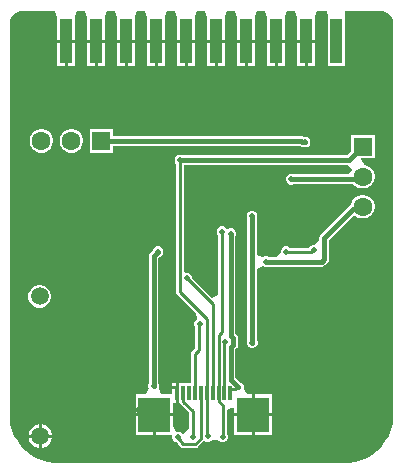
<source format=gbl>
G04*
G04 #@! TF.GenerationSoftware,Altium Limited,Altium Designer,24.6.1 (21)*
G04*
G04 Layer_Physical_Order=2*
G04 Layer_Color=16711680*
%FSLAX44Y44*%
%MOMM*%
G71*
G04*
G04 #@! TF.SameCoordinates,8DCAB7A9-A94A-4F5B-9992-067C88242E54*
G04*
G04*
G04 #@! TF.FilePolarity,Positive*
G04*
G01*
G75*
%ADD14C,0.2540*%
%ADD19R,1.0000X3.7000*%
%ADD35C,0.3810*%
%ADD37C,1.5000*%
%ADD38C,1.6000*%
%ADD39R,1.6000X1.6000*%
%ADD40R,1.6000X1.6000*%
%ADD41C,0.5080*%
%ADD42R,2.7000X3.0000*%
%ADD43R,0.3000X1.2000*%
G36*
X320449Y384372D02*
X322289Y383610D01*
X323945Y382503D01*
X325353Y381095D01*
X326460Y379439D01*
X327222Y377599D01*
X327610Y375646D01*
Y374650D01*
Y43361D01*
Y40688D01*
X326913Y35389D01*
X325530Y30227D01*
X323484Y25289D01*
X320812Y20661D01*
X317558Y16421D01*
X313779Y12642D01*
X309539Y9388D01*
X304911Y6716D01*
X299973Y4670D01*
X294811Y3287D01*
X289512Y2590D01*
X40688D01*
X35389Y3287D01*
X30227Y4670D01*
X25289Y6716D01*
X20661Y9388D01*
X16421Y12642D01*
X12642Y16421D01*
X9388Y20661D01*
X6716Y25289D01*
X4670Y30227D01*
X3287Y35389D01*
X2590Y40688D01*
Y43361D01*
Y374650D01*
Y375646D01*
X2978Y377599D01*
X3740Y379439D01*
X4847Y381095D01*
X6255Y382503D01*
X7911Y383610D01*
X9751Y384372D01*
X11704Y384760D01*
X41375D01*
X43006Y380356D01*
X43006Y379680D01*
Y360586D01*
X58086D01*
Y379680D01*
X58086Y380356D01*
X59717Y384760D01*
X66775D01*
X68406Y380356D01*
X68406Y379680D01*
Y360586D01*
X83486D01*
Y379680D01*
X83486Y380356D01*
X85117Y384760D01*
X92175D01*
X93806Y380356D01*
X93806Y379680D01*
Y360586D01*
X108886D01*
Y379680D01*
X108886Y380356D01*
X110517Y384760D01*
X117575D01*
X119206Y380356D01*
X119206Y379680D01*
Y360586D01*
X134286D01*
Y379680D01*
X134286Y380356D01*
X135917Y384760D01*
X142975D01*
X144606Y380356D01*
X144606Y379680D01*
Y360586D01*
X159686D01*
Y379680D01*
X159686Y380356D01*
X161317Y384760D01*
X168375D01*
X170006Y380356D01*
X170006Y379680D01*
Y360586D01*
X185086D01*
Y379680D01*
X185086Y380356D01*
X186717Y384760D01*
X193775D01*
X195406Y380356D01*
X195406Y379680D01*
Y360586D01*
X210486D01*
Y379680D01*
X210486Y380356D01*
X212117Y384760D01*
X219175D01*
X220806Y380356D01*
X220806Y379680D01*
Y360586D01*
X235886D01*
Y379680D01*
X235886Y380356D01*
X237517Y384760D01*
X244575D01*
X246206Y380356D01*
X246206Y379680D01*
Y360586D01*
X261286D01*
Y379680D01*
X261286Y380356D01*
X262917Y384760D01*
X271682D01*
X272106Y379856D01*
X272106Y379680D01*
Y338776D01*
X286186D01*
Y379680D01*
X286186Y379856D01*
X286610Y384760D01*
X318496D01*
X320449Y384372D01*
D02*
G37*
%LPC*%
G36*
X261286Y358046D02*
X255016D01*
Y338276D01*
X261286D01*
Y358046D01*
D02*
G37*
G36*
X252476D02*
X246206D01*
Y338276D01*
X252476D01*
Y358046D01*
D02*
G37*
G36*
X235886D02*
X229616D01*
Y338276D01*
X235886D01*
Y358046D01*
D02*
G37*
G36*
X227076D02*
X220806D01*
Y338276D01*
X227076D01*
Y358046D01*
D02*
G37*
G36*
X210486D02*
X204216D01*
Y338276D01*
X210486D01*
Y358046D01*
D02*
G37*
G36*
X201676D02*
X195406D01*
Y338276D01*
X201676D01*
Y358046D01*
D02*
G37*
G36*
X185086D02*
X178816D01*
Y338276D01*
X185086D01*
Y358046D01*
D02*
G37*
G36*
X176276D02*
X170006D01*
Y338276D01*
X176276D01*
Y358046D01*
D02*
G37*
G36*
X159686D02*
X153416D01*
Y338276D01*
X159686D01*
Y358046D01*
D02*
G37*
G36*
X150876D02*
X144606D01*
Y338276D01*
X150876D01*
Y358046D01*
D02*
G37*
G36*
X134286D02*
X128016D01*
Y338276D01*
X134286D01*
Y358046D01*
D02*
G37*
G36*
X125476D02*
X119206D01*
Y338276D01*
X125476D01*
Y358046D01*
D02*
G37*
G36*
X108886D02*
X102616D01*
Y338276D01*
X108886D01*
Y358046D01*
D02*
G37*
G36*
X100076D02*
X93806D01*
Y338276D01*
X100076D01*
Y358046D01*
D02*
G37*
G36*
X83486D02*
X77216D01*
Y338276D01*
X83486D01*
Y358046D01*
D02*
G37*
G36*
X74676D02*
X68406D01*
Y338276D01*
X74676D01*
Y358046D01*
D02*
G37*
G36*
X58086D02*
X51816D01*
Y338276D01*
X58086D01*
Y358046D01*
D02*
G37*
G36*
X49276D02*
X43006D01*
Y338276D01*
X49276D01*
Y358046D01*
D02*
G37*
G36*
X90369Y285164D02*
X70289D01*
Y265084D01*
X90369D01*
Y271102D01*
X247810D01*
X248572Y270593D01*
X250013Y270306D01*
X250136Y270183D01*
X251819Y269486D01*
X253641D01*
X255324Y270183D01*
X256613Y271472D01*
X257310Y273155D01*
Y274977D01*
X256613Y276660D01*
X255324Y277949D01*
X253641Y278646D01*
X251819D01*
X251391Y278469D01*
X250835Y278840D01*
X249296Y279146D01*
X90369D01*
Y285164D01*
D02*
G37*
G36*
X56251D02*
X53608D01*
X51054Y284480D01*
X48765Y283158D01*
X46895Y281289D01*
X45574Y279000D01*
X44889Y276446D01*
Y273802D01*
X45574Y271249D01*
X46895Y268960D01*
X48765Y267090D01*
X51054Y265768D01*
X53608Y265084D01*
X56251D01*
X58805Y265768D01*
X61094Y267090D01*
X62963Y268960D01*
X64285Y271249D01*
X64969Y273802D01*
Y276446D01*
X64285Y279000D01*
X62963Y281289D01*
X61094Y283158D01*
X58805Y284480D01*
X56251Y285164D01*
D02*
G37*
G36*
X30851D02*
X28207D01*
X25654Y284480D01*
X23365Y283158D01*
X21495Y281289D01*
X20173Y279000D01*
X19489Y276446D01*
Y273802D01*
X20173Y271249D01*
X21495Y268960D01*
X23365Y267090D01*
X25654Y265768D01*
X28207Y265084D01*
X30851D01*
X33405Y265768D01*
X35694Y267090D01*
X37563Y268960D01*
X38885Y271249D01*
X39569Y273802D01*
Y276446D01*
X38885Y279000D01*
X37563Y281289D01*
X35694Y283158D01*
X33405Y284480D01*
X30851Y285164D01*
D02*
G37*
G36*
X311538Y280296D02*
X291458D01*
Y265904D01*
X288402Y262848D01*
X149069D01*
X147723Y263406D01*
X145901D01*
X144218Y262709D01*
X142929Y261420D01*
X142232Y259737D01*
Y257915D01*
X142929Y256232D01*
X143437Y255724D01*
Y147320D01*
X143694Y146028D01*
X144426Y144934D01*
X160200Y129160D01*
X161078Y124025D01*
X159789Y122736D01*
X159092Y121053D01*
Y119231D01*
X159789Y117548D01*
X159947Y117390D01*
Y99696D01*
X157136Y96884D01*
X156404Y95789D01*
X156147Y94498D01*
Y69820D01*
X148562D01*
Y70320D01*
X145792D01*
Y61780D01*
Y53240D01*
X146570D01*
X146594Y53117D01*
X147326Y52023D01*
X154105Y45243D01*
Y30919D01*
X149096Y27315D01*
X148264Y27377D01*
X147374Y28267D01*
X145691Y28964D01*
X143869D01*
X141262Y33383D01*
Y41910D01*
X126492D01*
Y25640D01*
X139970D01*
X140200Y25295D01*
Y23473D01*
X140897Y21790D01*
X142186Y20501D01*
X143869Y19804D01*
X143900D01*
X145048Y18656D01*
X145524Y17944D01*
X147320Y16148D01*
X148415Y15416D01*
X149706Y15159D01*
X159903D01*
X161195Y15416D01*
X162290Y16148D01*
X166716Y20575D01*
X166966Y20948D01*
X167586Y21009D01*
X169269Y20312D01*
X171091D01*
X172774Y21009D01*
X173607Y21842D01*
X177039Y21970D01*
X179322Y21719D01*
X180286Y20755D01*
X181969Y20058D01*
X183791D01*
X185474Y20755D01*
X186763Y22044D01*
X187460Y23727D01*
Y25549D01*
X186763Y27232D01*
X186255Y27740D01*
Y46982D01*
X191335Y49874D01*
X192782Y49015D01*
Y44450D01*
X207552D01*
Y60720D01*
X203817D01*
X203446Y61007D01*
X200668Y65383D01*
Y67205D01*
X199971Y68888D01*
X198682Y70177D01*
X197336Y70735D01*
X193774Y74296D01*
Y98698D01*
X194701Y99626D01*
X195573Y100931D01*
X195879Y102470D01*
Y107842D01*
X195573Y109381D01*
X194701Y110686D01*
X193774Y111614D01*
Y194071D01*
X194332Y195417D01*
Y197239D01*
X193634Y198923D01*
X192346Y200211D01*
X190663Y200908D01*
X188841D01*
X186255Y200714D01*
X184966Y202003D01*
X183283Y202700D01*
X181461D01*
X179778Y202003D01*
X178489Y200714D01*
X177792Y199031D01*
Y197209D01*
X178489Y195526D01*
X178997Y195018D01*
Y165608D01*
Y144315D01*
X173917Y142210D01*
X157242Y158885D01*
Y159604D01*
X156545Y161287D01*
X155256Y162575D01*
X153573Y163273D01*
X151751D01*
X150187Y164318D01*
Y254804D01*
X289323D01*
X292217Y250616D01*
X290242Y246835D01*
X242717D01*
X241957Y247150D01*
X240135D01*
X238452Y246453D01*
X237163Y245164D01*
X236466Y243481D01*
Y241659D01*
X237163Y239976D01*
X238452Y238687D01*
X240135Y237990D01*
X241957D01*
X243640Y238687D01*
X243744Y238791D01*
X293407D01*
X293464Y238691D01*
X295333Y236822D01*
X297623Y235500D01*
X300176Y234816D01*
X302820D01*
X305373Y235500D01*
X307663Y236822D01*
X309532Y238691D01*
X310854Y240981D01*
X311538Y243534D01*
Y246178D01*
X310854Y248731D01*
X309532Y251021D01*
X307663Y252890D01*
X305373Y254212D01*
X303380Y254746D01*
X302559Y255384D01*
X300134Y259926D01*
X300491Y260216D01*
X311538D01*
Y280296D01*
D02*
G37*
G36*
X302820Y229496D02*
X300176D01*
X297623Y228812D01*
X295333Y227490D01*
X293464Y225621D01*
X292142Y223331D01*
X291462Y220794D01*
X290225Y219968D01*
X266142Y195884D01*
X265270Y194579D01*
X264964Y193040D01*
Y190873D01*
X261261Y186952D01*
X259439D01*
X257756Y186255D01*
X256467Y184966D01*
X256264Y184477D01*
X239830D01*
X239322Y184985D01*
X237639Y185682D01*
X235817D01*
X234134Y184985D01*
X232845Y183696D01*
X232148Y182013D01*
Y180191D01*
X228078Y176742D01*
X221849D01*
X220502Y177300D01*
X218680D01*
X216997Y176603D01*
X211921Y178436D01*
Y209377D01*
X212352Y210417D01*
Y212239D01*
X211655Y213922D01*
X210366Y215211D01*
X208683Y215908D01*
X206861D01*
X205178Y215211D01*
X203889Y213922D01*
X203192Y212239D01*
Y210417D01*
X203877Y208764D01*
Y106091D01*
X203446Y105051D01*
Y103229D01*
X204143Y101546D01*
X205432Y100257D01*
X207115Y99560D01*
X208937D01*
X210620Y100257D01*
X211909Y101546D01*
X212606Y103229D01*
Y105051D01*
X211921Y106704D01*
Y167004D01*
X216997Y168837D01*
X218680Y168140D01*
X220502D01*
X221849Y168698D01*
X266754D01*
X268293Y169004D01*
X269598Y169876D01*
X271830Y172108D01*
X272702Y173413D01*
X273008Y174952D01*
Y191374D01*
X294195Y212561D01*
X295333Y211422D01*
X297623Y210100D01*
X300176Y209416D01*
X302820D01*
X305373Y210100D01*
X307663Y211422D01*
X309532Y213291D01*
X310854Y215581D01*
X311538Y218134D01*
Y220778D01*
X310854Y223331D01*
X309532Y225621D01*
X307663Y227490D01*
X305373Y228812D01*
X302820Y229496D01*
D02*
G37*
G36*
X29196Y152916D02*
X26684D01*
X24258Y152266D01*
X22082Y151010D01*
X20306Y149234D01*
X19050Y147058D01*
X18400Y144632D01*
Y142120D01*
X19050Y139694D01*
X20306Y137518D01*
X22082Y135742D01*
X24258Y134486D01*
X26684Y133836D01*
X29196D01*
X31622Y134486D01*
X33798Y135742D01*
X35574Y137518D01*
X36830Y139694D01*
X37480Y142120D01*
Y144632D01*
X36830Y147058D01*
X35574Y149234D01*
X33798Y151010D01*
X31622Y152266D01*
X29196Y152916D01*
D02*
G37*
G36*
X224862Y60720D02*
X210092D01*
Y44450D01*
X224862D01*
Y60720D01*
D02*
G37*
G36*
X129181Y185936D02*
X127359D01*
X125676Y185239D01*
X124387Y183950D01*
X123829Y182604D01*
X121616Y180390D01*
X120744Y179085D01*
X120438Y177546D01*
Y69822D01*
X119880Y68475D01*
Y66653D01*
X120233Y65800D01*
X118953Y62617D01*
X117643Y60720D01*
X109182D01*
Y44450D01*
X141262D01*
Y53240D01*
X143252D01*
Y61780D01*
Y70320D01*
X140482D01*
Y60720D01*
X131277D01*
X129967Y62617D01*
X128687Y65800D01*
X129040Y66653D01*
Y68475D01*
X128482Y69822D01*
Y175880D01*
X129518Y176915D01*
X130864Y177473D01*
X132153Y178762D01*
X132850Y180445D01*
Y182267D01*
X132153Y183950D01*
X130864Y185239D01*
X129181Y185936D01*
D02*
G37*
G36*
X30024Y35186D02*
X29972D01*
Y26416D01*
X38742D01*
Y26468D01*
X38058Y29021D01*
X36736Y31311D01*
X34867Y33180D01*
X32577Y34502D01*
X30024Y35186D01*
D02*
G37*
G36*
X27432D02*
X27380D01*
X24827Y34502D01*
X22537Y33180D01*
X20668Y31311D01*
X19346Y29021D01*
X18662Y26468D01*
Y26416D01*
X27432D01*
Y35186D01*
D02*
G37*
G36*
X224862Y41910D02*
X210092D01*
Y25640D01*
X224862D01*
Y41910D01*
D02*
G37*
G36*
X207552D02*
X192782D01*
Y25640D01*
X207552D01*
Y41910D01*
D02*
G37*
G36*
X123952D02*
X109182D01*
Y25640D01*
X123952D01*
Y41910D01*
D02*
G37*
G36*
X38742Y23876D02*
X29972D01*
Y15106D01*
X30024D01*
X32577Y15790D01*
X34867Y17112D01*
X36736Y18981D01*
X38058Y21271D01*
X38742Y23824D01*
Y23876D01*
D02*
G37*
G36*
X27432D02*
X18662D01*
Y23824D01*
X19346Y21271D01*
X20668Y18981D01*
X22537Y17112D01*
X24827Y15790D01*
X27380Y15106D01*
X27432D01*
Y23876D01*
D02*
G37*
%LPD*%
D14*
X152662Y158693D02*
X174522Y136833D01*
Y61780D02*
Y136833D01*
X169522Y61780D02*
Y124610D01*
X146812Y147320D02*
Y258826D01*
Y147320D02*
X169522Y124610D01*
X185372Y104469D02*
Y105156D01*
X184522Y103619D02*
X185372Y104469D01*
X184522Y61780D02*
Y103619D01*
X157480Y24384D02*
Y46641D01*
X132566Y67586D02*
Y72158D01*
X132080Y72644D02*
X132566Y72158D01*
Y67586D02*
X133858Y66294D01*
X144292D01*
X144522Y66064D01*
Y61780D02*
Y66064D01*
X163322Y98298D02*
Y119792D01*
X163672Y120142D01*
X159522Y94498D02*
X163322Y98298D01*
X159522Y61780D02*
Y94498D01*
X149706Y18534D02*
X159903D01*
X144780Y23697D02*
X147910Y20566D01*
Y20330D02*
X149706Y18534D01*
X144780Y23697D02*
Y24384D01*
X147910Y20330D02*
Y20566D01*
X164330Y22961D02*
Y27315D01*
X159903Y18534D02*
X164330Y22961D01*
Y27315D02*
X164522Y27507D01*
Y61780D01*
X149712Y54409D02*
X157480Y46641D01*
X149712Y54409D02*
Y57050D01*
X149522Y57240D02*
X149712Y57050D01*
X149522Y57240D02*
Y61780D01*
X169522D02*
X169712Y61590D01*
Y25360D02*
Y61590D01*
Y25360D02*
X170180Y24892D01*
X182372Y113588D02*
Y165608D01*
X179522Y110738D02*
X182372Y113588D01*
Y165608D02*
Y198120D01*
X194453Y65346D02*
X195401Y66294D01*
X196088D01*
X189522Y61780D02*
Y65116D01*
X189752Y65346D01*
X194453D01*
X179522Y61780D02*
X179712Y61590D01*
Y54409D02*
X182880Y51241D01*
X179712Y54409D02*
Y61590D01*
X182880Y24638D02*
Y51241D01*
X179522Y61780D02*
Y110738D01*
X259663Y182372D02*
X260350D01*
X236728Y181102D02*
X258393D01*
X259663Y182372D01*
D19*
X50546Y359316D02*
D03*
X75946D02*
D03*
X101346D02*
D03*
X126746D02*
D03*
X152146D02*
D03*
X177546D02*
D03*
X202946D02*
D03*
X228346D02*
D03*
X253746D02*
D03*
X279146D02*
D03*
D35*
X189752Y109948D02*
X191857Y107842D01*
X189752Y109948D02*
Y196328D01*
Y72630D02*
X196088Y66294D01*
X189752Y72630D02*
Y100364D01*
X191857Y102470D02*
Y107842D01*
X189752Y100364D02*
X191857Y102470D01*
X124460Y67564D02*
Y177546D01*
X207899Y104267D02*
Y211201D01*
X207772Y211328D02*
X207899Y211201D01*
Y104267D02*
X208026Y104140D01*
X219591Y172720D02*
X266754D01*
X268986Y174952D01*
Y193040D02*
X293069Y217124D01*
X268986Y174952D02*
Y193040D01*
X293069Y217124D02*
X299165D01*
X301498Y219456D01*
X249296Y275124D02*
X250111Y274309D01*
X252487D01*
X252730Y274066D01*
X80329Y275124D02*
X249296D01*
X146812Y258826D02*
X290068D01*
X301498Y270256D01*
X241289Y242813D02*
X299455D01*
X241046Y242570D02*
X241289Y242813D01*
X299455D02*
X301498Y244856D01*
X124460Y177546D02*
X128270Y181356D01*
D37*
X28702Y25146D02*
D03*
X27940Y143376D02*
D03*
D38*
X29529Y275124D02*
D03*
X54929D02*
D03*
X301498Y244856D02*
D03*
Y219456D02*
D03*
D39*
X80329Y275124D02*
D03*
D40*
X301498Y270256D02*
D03*
D41*
X152662Y158693D02*
D03*
X185372Y105156D02*
D03*
X157480Y24384D02*
D03*
X132080Y72644D02*
D03*
X163672Y120142D02*
D03*
X124460Y67564D02*
D03*
X144780Y24384D02*
D03*
X207772Y211328D02*
D03*
X208026Y104140D02*
D03*
X170180Y24892D02*
D03*
X182880Y24638D02*
D03*
X137000Y148800D02*
D03*
X314800Y352000D02*
D03*
X289400D02*
D03*
X276700Y326600D02*
D03*
X289400Y301200D02*
D03*
X276700Y275800D02*
D03*
X289400Y250400D02*
D03*
X276700Y225000D02*
D03*
X264000Y352000D02*
D03*
Y301200D02*
D03*
Y250400D02*
D03*
X238600Y352000D02*
D03*
Y301200D02*
D03*
X225900Y225000D02*
D03*
X213200Y352000D02*
D03*
Y301200D02*
D03*
Y250400D02*
D03*
X187800Y352000D02*
D03*
X162400D02*
D03*
Y250400D02*
D03*
X137000Y352000D02*
D03*
Y250400D02*
D03*
X111600Y352000D02*
D03*
Y301200D02*
D03*
Y250400D02*
D03*
Y199600D02*
D03*
X98900Y123400D02*
D03*
X111600Y47200D02*
D03*
X86200Y352000D02*
D03*
Y250400D02*
D03*
X73500Y225000D02*
D03*
X86200Y199600D02*
D03*
X73500Y174200D02*
D03*
X86200Y148800D02*
D03*
X73500Y123400D02*
D03*
X86200Y98000D02*
D03*
X73500Y72600D02*
D03*
X86200Y47200D02*
D03*
X73500Y21800D02*
D03*
X60800Y352000D02*
D03*
Y301200D02*
D03*
X48100Y72600D02*
D03*
Y21800D02*
D03*
X35400Y352000D02*
D03*
X22700Y326600D02*
D03*
X35400Y301200D02*
D03*
X22700Y123400D02*
D03*
X35400Y98000D02*
D03*
X22700Y72600D02*
D03*
X35400Y47200D02*
D03*
X189752Y196328D02*
D03*
X260350Y182372D02*
D03*
X182372Y198120D02*
D03*
X219591Y172720D02*
D03*
X236728Y181102D02*
D03*
X252730Y274066D02*
D03*
X146812Y258826D02*
D03*
X241046Y242570D02*
D03*
X196088Y66294D02*
D03*
X128270Y181356D02*
D03*
D42*
X125222Y43180D02*
D03*
X208822D02*
D03*
D43*
X169522Y61780D02*
D03*
X174522D02*
D03*
X179522D02*
D03*
X184522D02*
D03*
X189522D02*
D03*
X164522D02*
D03*
X159522D02*
D03*
X154522D02*
D03*
X149522D02*
D03*
X144522D02*
D03*
M02*

</source>
